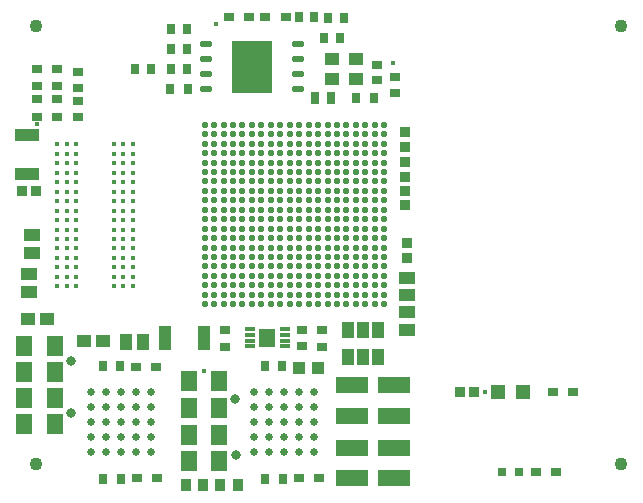
<source format=gts>
G04*
G04 #@! TF.GenerationSoftware,Altium Limited,Altium Designer,25.6.2 (33)*
G04*
G04 Layer_Color=8388736*
%FSLAX25Y25*%
%MOIN*%
G70*
G04*
G04 #@! TF.SameCoordinates,D3077B53-F130-49B9-AE0B-FC42BD5CCE1B*
G04*
G04*
G04 #@! TF.FilePolarity,Negative*
G04*
G01*
G75*
%ADD15R,0.05512X0.07087*%
%ADD16R,0.03150X0.03543*%
%ADD17C,0.02480*%
%ADD18R,0.03543X0.03150*%
%ADD19R,0.03543X0.03150*%
%ADD21R,0.03347X0.01181*%
%ADD22R,0.05512X0.06299*%
%ADD23R,0.03197X0.02593*%
%ADD24R,0.02593X0.03197*%
%ADD27R,0.11024X0.05512*%
%ADD28R,0.05118X0.04331*%
%ADD31R,0.04331X0.08071*%
%ADD32R,0.08071X0.04331*%
%ADD38R,0.05142X0.04166*%
%ADD41R,0.04724X0.04724*%
%ADD42R,0.03150X0.03150*%
%ADD43R,0.03366X0.03568*%
%ADD44C,0.02172*%
%ADD45C,0.01654*%
%ADD46R,0.13786X0.17329*%
G04:AMPARAMS|DCode=47|XSize=41.01mil|YSize=21.32mil|CornerRadius=8.06mil|HoleSize=0mil|Usage=FLASHONLY|Rotation=180.000|XOffset=0mil|YOffset=0mil|HoleType=Round|Shape=RoundedRectangle|*
%AMROUNDEDRECTD47*
21,1,0.04101,0.00520,0,0,180.0*
21,1,0.02488,0.02132,0,0,180.0*
1,1,0.01613,-0.01244,0.00260*
1,1,0.01613,0.01244,0.00260*
1,1,0.01613,0.01244,-0.00260*
1,1,0.01613,-0.01244,-0.00260*
%
%ADD47ROUNDEDRECTD47*%
%ADD48R,0.03943X0.04337*%
%ADD49R,0.03904X0.05479*%
%ADD50R,0.05518X0.04337*%
%ADD51R,0.03353X0.03747*%
%ADD52R,0.04337X0.05518*%
%ADD53R,0.03747X0.03353*%
%ADD54R,0.03550X0.04337*%
%ADD55R,0.03550X0.02762*%
%ADD56R,0.02762X0.03550*%
%ADD57R,0.03156X0.03943*%
%ADD58C,0.04337*%
%ADD59C,0.02362*%
%ADD60C,0.01778*%
%ADD61C,0.03162*%
D15*
X117982Y125200D02*
D03*
Y142600D02*
D03*
Y133900D02*
D03*
Y151300D02*
D03*
X172782Y130500D02*
D03*
Y121600D02*
D03*
Y112700D02*
D03*
Y139400D02*
D03*
X128218Y142600D02*
D03*
Y151300D02*
D03*
X183018Y121600D02*
D03*
Y112700D02*
D03*
Y139400D02*
D03*
Y130500D02*
D03*
X128218Y125200D02*
D03*
Y133900D02*
D03*
D16*
X144247Y106900D02*
D03*
X144047Y144500D02*
D03*
X198347Y106900D02*
D03*
X198047Y144400D02*
D03*
X166524Y236724D02*
D03*
X234453Y233900D02*
D03*
X228547D02*
D03*
X149953Y144500D02*
D03*
X150153Y106900D02*
D03*
X203953Y144400D02*
D03*
X204253Y106900D02*
D03*
X172429Y236724D02*
D03*
D17*
X145100Y125700D02*
D03*
X160100Y120700D02*
D03*
Y125700D02*
D03*
X140100D02*
D03*
X160100Y130700D02*
D03*
X214600D02*
D03*
Y120700D02*
D03*
Y125700D02*
D03*
X199600D02*
D03*
X194600D02*
D03*
X199600Y135700D02*
D03*
X204600Y130700D02*
D03*
Y120700D02*
D03*
X199600Y115700D02*
D03*
X145100Y135700D02*
D03*
X150100Y130700D02*
D03*
Y120700D02*
D03*
X145100Y115700D02*
D03*
X155100Y130700D02*
D03*
X145100Y120700D02*
D03*
X209600Y130700D02*
D03*
X155100Y120700D02*
D03*
X145100Y130700D02*
D03*
X199600D02*
D03*
X209600Y120700D02*
D03*
X155100Y135700D02*
D03*
Y115700D02*
D03*
Y125700D02*
D03*
X209600Y135700D02*
D03*
Y115700D02*
D03*
X150100Y135700D02*
D03*
Y115700D02*
D03*
X204600Y135700D02*
D03*
Y115700D02*
D03*
X199600Y120700D02*
D03*
X140100Y135700D02*
D03*
Y130700D02*
D03*
X194600Y120700D02*
D03*
Y115700D02*
D03*
Y130700D02*
D03*
Y135700D02*
D03*
X140100Y115700D02*
D03*
Y120700D02*
D03*
X214600Y115700D02*
D03*
X209600Y125700D02*
D03*
X204600D02*
D03*
X214600Y135700D02*
D03*
X160100D02*
D03*
X150100Y125700D02*
D03*
X160100Y115700D02*
D03*
D18*
X162146Y107100D02*
D03*
X161946Y144300D02*
D03*
X300847Y136000D02*
D03*
X216347Y107100D02*
D03*
X295247Y109100D02*
D03*
X198354Y260800D02*
D03*
X192947D02*
D03*
X186253D02*
D03*
X205047D02*
D03*
X155254Y144300D02*
D03*
X155454Y107100D02*
D03*
X209653D02*
D03*
X294153Y136000D02*
D03*
X288554Y109100D02*
D03*
D19*
X185000Y150747D02*
D03*
X122300Y243653D02*
D03*
X129000D02*
D03*
X217100Y150747D02*
D03*
X122300Y227547D02*
D03*
X129000D02*
D03*
X185000Y156653D02*
D03*
X217100D02*
D03*
X122300Y237747D02*
D03*
X129000D02*
D03*
X122300Y233453D02*
D03*
X129000D02*
D03*
D21*
X193283Y151031D02*
D03*
X204700Y153000D02*
D03*
Y156937D02*
D03*
Y151031D02*
D03*
Y154969D02*
D03*
X193283Y153000D02*
D03*
Y154969D02*
D03*
Y156937D02*
D03*
D22*
X198991Y153984D02*
D03*
D23*
X135700Y242364D02*
D03*
X241400Y235536D02*
D03*
Y240864D02*
D03*
X135700Y227536D02*
D03*
X210400Y156364D02*
D03*
X135700Y237036D02*
D03*
Y232864D02*
D03*
X210400Y151036D02*
D03*
D24*
X172064Y243375D02*
D03*
X224364Y260600D02*
D03*
X166736Y256800D02*
D03*
Y250100D02*
D03*
X223064Y253900D02*
D03*
X154936Y243375D02*
D03*
X217736Y253900D02*
D03*
X172064Y250100D02*
D03*
X219036Y260600D02*
D03*
X172064Y256800D02*
D03*
X160264Y243375D02*
D03*
X166736D02*
D03*
D27*
X227269Y138118D02*
D03*
Y107082D02*
D03*
X241300D02*
D03*
X241268Y138118D02*
D03*
X241300Y117318D02*
D03*
X241268Y127882D02*
D03*
X227269Y117318D02*
D03*
Y127882D02*
D03*
D28*
X220366Y246748D02*
D03*
X228634Y240252D02*
D03*
Y246748D02*
D03*
X220366Y240252D02*
D03*
D31*
X165004Y154000D02*
D03*
X177996D02*
D03*
D32*
X119000Y208504D02*
D03*
Y221496D02*
D03*
D38*
X119345Y160200D02*
D03*
X144055Y152700D02*
D03*
X125455Y160200D02*
D03*
X137945Y152700D02*
D03*
D41*
X284134Y136000D02*
D03*
X275866D02*
D03*
D42*
X282953Y109100D02*
D03*
X277047D02*
D03*
D43*
X267963Y136000D02*
D03*
X263037D02*
D03*
D44*
X193827Y199724D02*
D03*
X190677Y174528D02*
D03*
X203276D02*
D03*
Y177677D02*
D03*
X181228Y168228D02*
D03*
X184378Y177677D02*
D03*
X178079Y190276D02*
D03*
X187528Y187126D02*
D03*
X190677Y165079D02*
D03*
X193827Y174528D02*
D03*
X196976Y177677D02*
D03*
X212724Y168228D02*
D03*
X203276Y171378D02*
D03*
X200126Y180827D02*
D03*
X212724D02*
D03*
X196976Y183976D02*
D03*
X200126Y187126D02*
D03*
X196976Y190276D02*
D03*
X203276Y183976D02*
D03*
X209575D02*
D03*
X206425Y190276D02*
D03*
X203276D02*
D03*
X206425Y187126D02*
D03*
X212724D02*
D03*
X209575Y190276D02*
D03*
X181228Y199724D02*
D03*
X184378Y209173D02*
D03*
X178079Y221772D02*
D03*
X190677Y196575D02*
D03*
X200126Y193425D02*
D03*
X196976Y196575D02*
D03*
Y202874D02*
D03*
X200126Y199724D02*
D03*
X203276Y202874D02*
D03*
Y193425D02*
D03*
X206425Y196575D02*
D03*
X212724Y193425D02*
D03*
X209575Y196575D02*
D03*
X212724Y199724D02*
D03*
X209575Y202874D02*
D03*
X187528Y218622D02*
D03*
X196976Y209173D02*
D03*
X203276Y218622D02*
D03*
X200126Y224921D02*
D03*
X206425Y209173D02*
D03*
X212724Y206024D02*
D03*
X206425D02*
D03*
Y212323D02*
D03*
X209575Y221772D02*
D03*
X215874Y177677D02*
D03*
Y183976D02*
D03*
X222173Y165079D02*
D03*
X225323Y174528D02*
D03*
X228472Y183976D02*
D03*
X215874Y196575D02*
D03*
X219024Y187126D02*
D03*
X215874Y190276D02*
D03*
Y202874D02*
D03*
X222173Y196575D02*
D03*
X225323Y206024D02*
D03*
X219024Y218622D02*
D03*
X228472Y215472D02*
D03*
X234772Y171378D02*
D03*
X231622Y193425D02*
D03*
X234772Y202874D02*
D03*
X231622Y224921D02*
D03*
X237921Y212323D02*
D03*
Y180827D02*
D03*
X190677Y177677D02*
D03*
X200126Y218622D02*
D03*
X203276Y215472D02*
D03*
X196976Y218622D02*
D03*
X203276Y196575D02*
D03*
X206425Y193425D02*
D03*
X200126Y206024D02*
D03*
X196976Y180827D02*
D03*
X200126Y183976D02*
D03*
X196976Y187126D02*
D03*
Y193425D02*
D03*
Y199724D02*
D03*
Y206024D02*
D03*
X200126Y190276D02*
D03*
Y196575D02*
D03*
Y202874D02*
D03*
X203276Y206024D02*
D03*
X200126Y209173D02*
D03*
X215874Y224921D02*
D03*
X225323Y221772D02*
D03*
X212724Y215472D02*
D03*
X222173Y212323D02*
D03*
X196976Y215472D02*
D03*
X193827Y221772D02*
D03*
X178079Y174528D02*
D03*
X181228Y183976D02*
D03*
X187528Y171378D02*
D03*
X190677Y180827D02*
D03*
X184378Y193425D02*
D03*
X187528Y202874D02*
D03*
X178079Y206024D02*
D03*
X181228Y215472D02*
D03*
X184378Y224921D02*
D03*
X190677Y212323D02*
D03*
X225323Y190276D02*
D03*
X237921Y196575D02*
D03*
X228472Y199724D02*
D03*
X219024Y202874D02*
D03*
X231622Y209173D02*
D03*
X234772Y218622D02*
D03*
X219024Y171378D02*
D03*
X222173Y180827D02*
D03*
X228472Y168228D02*
D03*
X231622Y177677D02*
D03*
X234772Y187126D02*
D03*
X237921Y165079D02*
D03*
X206425D02*
D03*
X196976Y168228D02*
D03*
X209575Y174528D02*
D03*
X200126Y177677D02*
D03*
X193827Y196575D02*
D03*
X212724Y183976D02*
D03*
Y190276D02*
D03*
X215874Y180827D02*
D03*
Y187126D02*
D03*
Y193425D02*
D03*
X212724Y196575D02*
D03*
Y202874D02*
D03*
X215874Y206024D02*
D03*
Y199724D02*
D03*
X206425Y202874D02*
D03*
X209575Y206024D02*
D03*
X203276Y180827D02*
D03*
X206425Y183976D02*
D03*
X209575Y187126D02*
D03*
X203276D02*
D03*
X209575Y193425D02*
D03*
Y199724D02*
D03*
X206425Y221772D02*
D03*
X222173D02*
D03*
X215874Y209173D02*
D03*
X203276Y224921D02*
D03*
X212724Y212323D02*
D03*
X228472Y218622D02*
D03*
X219024Y215472D02*
D03*
X190677Y224921D02*
D03*
X193827D02*
D03*
X196976Y221772D02*
D03*
X193827Y215472D02*
D03*
X200126Y221772D02*
D03*
X196976Y224921D02*
D03*
X209575Y218622D02*
D03*
X206425D02*
D03*
X203276Y221772D02*
D03*
X215874D02*
D03*
X212724Y218622D02*
D03*
Y221772D02*
D03*
X219024D02*
D03*
X225323Y215472D02*
D03*
X231622Y218622D02*
D03*
X215874Y212323D02*
D03*
X206425Y224921D02*
D03*
X209575D02*
D03*
X212724Y209173D02*
D03*
Y224921D02*
D03*
X222173Y215472D02*
D03*
X219024Y224921D02*
D03*
X225323Y212323D02*
D03*
X222173Y218622D02*
D03*
X215874D02*
D03*
X225323D02*
D03*
X215874Y215472D02*
D03*
X222173Y224921D02*
D03*
Y209173D02*
D03*
X225323Y224921D02*
D03*
X209575Y215472D02*
D03*
X228472Y221772D02*
D03*
X219024Y209173D02*
D03*
X228472Y224921D02*
D03*
X206425Y215472D02*
D03*
X231622Y221772D02*
D03*
X219024Y212323D02*
D03*
X234772Y224921D02*
D03*
X190677Y218622D02*
D03*
X200126Y212323D02*
D03*
X193827Y218622D02*
D03*
X203276Y212323D02*
D03*
X190677Y221772D02*
D03*
Y215472D02*
D03*
X200126D02*
D03*
X193827Y212323D02*
D03*
X190677Y190276D02*
D03*
X193827Y202874D02*
D03*
Y183976D02*
D03*
X187528Y221772D02*
D03*
Y183976D02*
D03*
X190677Y187126D02*
D03*
X181228Y206024D02*
D03*
Y209173D02*
D03*
Y218622D02*
D03*
Y221772D02*
D03*
X178079Y209173D02*
D03*
Y224921D02*
D03*
Y199724D02*
D03*
Y202874D02*
D03*
X181228D02*
D03*
X184378Y199724D02*
D03*
Y202874D02*
D03*
Y206024D02*
D03*
Y212323D02*
D03*
X181228D02*
D03*
X178079D02*
D03*
Y218622D02*
D03*
Y215472D02*
D03*
X184378D02*
D03*
X187528Y224921D02*
D03*
X181228D02*
D03*
X184378Y221772D02*
D03*
Y218622D02*
D03*
X178079Y187126D02*
D03*
X184378D02*
D03*
X181228Y193425D02*
D03*
Y190276D02*
D03*
X190677Y183976D02*
D03*
Y199724D02*
D03*
X187528Y180827D02*
D03*
X190677Y193425D02*
D03*
X187528Y209173D02*
D03*
Y215472D02*
D03*
Y212323D02*
D03*
Y206024D02*
D03*
X190677Y209173D02*
D03*
X187528Y199724D02*
D03*
X178079Y196575D02*
D03*
X187528D02*
D03*
Y193425D02*
D03*
X178079D02*
D03*
X187528Y190276D02*
D03*
X184378Y196575D02*
D03*
Y190276D02*
D03*
X181228Y196575D02*
D03*
Y187126D02*
D03*
X196976Y212323D02*
D03*
X231622Y174528D02*
D03*
X209575Y212323D02*
D03*
X193827Y190276D02*
D03*
Y193425D02*
D03*
X206425Y180827D02*
D03*
X190677Y206024D02*
D03*
Y202874D02*
D03*
X193827Y209173D02*
D03*
Y206024D02*
D03*
X203276Y209173D02*
D03*
X209575Y180827D02*
D03*
X234772Y174528D02*
D03*
X225323Y196575D02*
D03*
Y199724D02*
D03*
X219024Y190276D02*
D03*
X222173D02*
D03*
X219024Y193425D02*
D03*
X222173D02*
D03*
Y187126D02*
D03*
X225323D02*
D03*
X219024Y196575D02*
D03*
Y199724D02*
D03*
X222173Y202874D02*
D03*
Y206024D02*
D03*
X234772D02*
D03*
X237921D02*
D03*
Y199724D02*
D03*
Y202874D02*
D03*
X228472Y206024D02*
D03*
X231622D02*
D03*
X234772Y209173D02*
D03*
X237921D02*
D03*
X231622Y199724D02*
D03*
Y202874D02*
D03*
X225323D02*
D03*
X228472D02*
D03*
Y196575D02*
D03*
X231622D02*
D03*
X225323Y193425D02*
D03*
X228472D02*
D03*
X234772Y196575D02*
D03*
Y199724D02*
D03*
Y193425D02*
D03*
X237921D02*
D03*
X228472Y190276D02*
D03*
X231622D02*
D03*
X234772D02*
D03*
X237921D02*
D03*
X225323Y209173D02*
D03*
X228472D02*
D03*
X231622Y212323D02*
D03*
X234772D02*
D03*
Y215472D02*
D03*
X237921D02*
D03*
X228472Y212323D02*
D03*
X231622Y215472D02*
D03*
X234772Y221772D02*
D03*
X237921Y224921D02*
D03*
Y218622D02*
D03*
Y221772D02*
D03*
X219024Y206024D02*
D03*
X222173Y199724D02*
D03*
X234772Y177677D02*
D03*
X222173Y183976D02*
D03*
X225323D02*
D03*
X228472Y187126D02*
D03*
X231622Y183976D02*
D03*
Y168228D02*
D03*
X234772D02*
D03*
X228472Y171378D02*
D03*
X231622D02*
D03*
X228472Y177677D02*
D03*
X231622Y180827D02*
D03*
X225323D02*
D03*
X228472D02*
D03*
X225323Y171378D02*
D03*
Y168228D02*
D03*
X231622Y165079D02*
D03*
X234772D02*
D03*
X237921Y171378D02*
D03*
Y168228D02*
D03*
Y177677D02*
D03*
Y174528D02*
D03*
Y187126D02*
D03*
Y183976D02*
D03*
X231622Y187126D02*
D03*
X234772Y183976D02*
D03*
X219024Y174528D02*
D03*
X222173D02*
D03*
Y171378D02*
D03*
Y168228D02*
D03*
X225323Y177677D02*
D03*
X228472Y174528D02*
D03*
X219024Y168228D02*
D03*
Y165079D02*
D03*
X225323D02*
D03*
X228472D02*
D03*
X219024Y183976D02*
D03*
Y180827D02*
D03*
Y177677D02*
D03*
X222173D02*
D03*
X212724Y171378D02*
D03*
X215874Y168228D02*
D03*
Y174528D02*
D03*
Y171378D02*
D03*
X212724Y177677D02*
D03*
Y174528D02*
D03*
X209575Y177677D02*
D03*
X206425D02*
D03*
X234772Y180827D02*
D03*
X193827Y171378D02*
D03*
Y168228D02*
D03*
X209575Y171378D02*
D03*
X206425D02*
D03*
X212724Y165079D02*
D03*
X215874D02*
D03*
X209575Y168228D02*
D03*
Y165079D02*
D03*
X200126Y174528D02*
D03*
X206425Y168228D02*
D03*
X203276D02*
D03*
X200126Y171378D02*
D03*
Y168228D02*
D03*
X203276Y165079D02*
D03*
X200126D02*
D03*
X196976D02*
D03*
X193827D02*
D03*
X206425Y174528D02*
D03*
X196976D02*
D03*
Y171378D02*
D03*
X190677D02*
D03*
X206425Y199724D02*
D03*
X193827Y187126D02*
D03*
Y180827D02*
D03*
Y177677D02*
D03*
X203276Y199724D02*
D03*
X209575Y209173D02*
D03*
X187528Y165079D02*
D03*
X184378D02*
D03*
X181228D02*
D03*
X178079D02*
D03*
X190677Y168228D02*
D03*
X187528D02*
D03*
X184378D02*
D03*
X178079D02*
D03*
X184378Y171378D02*
D03*
X181228D02*
D03*
X178079D02*
D03*
X187528Y174528D02*
D03*
X184378D02*
D03*
X181228D02*
D03*
X187528Y177677D02*
D03*
X181228D02*
D03*
X178079D02*
D03*
X184378Y180827D02*
D03*
X181228D02*
D03*
X178079D02*
D03*
X184378Y183976D02*
D03*
X178079D02*
D03*
D45*
X128878Y171102D02*
D03*
Y177402D02*
D03*
Y183701D02*
D03*
X154075Y171102D02*
D03*
Y177402D02*
D03*
Y183701D02*
D03*
X132028Y193150D02*
D03*
X150925D02*
D03*
X128878Y199449D02*
D03*
X150925D02*
D03*
X132028Y205748D02*
D03*
X150925D02*
D03*
X128878D02*
D03*
X154075Y199449D02*
D03*
X150925Y208898D02*
D03*
X154075Y202598D02*
D03*
X128878Y208898D02*
D03*
Y215197D02*
D03*
X135177D02*
D03*
X154075D02*
D03*
Y218347D02*
D03*
X128878Y180551D02*
D03*
Y174252D02*
D03*
Y202598D02*
D03*
X132028Y190000D02*
D03*
Y196299D02*
D03*
X147776Y199449D02*
D03*
X154075Y174252D02*
D03*
X150925Y190000D02*
D03*
X154075Y180551D02*
D03*
Y196299D02*
D03*
X128878Y212047D02*
D03*
X154075Y208898D02*
D03*
Y205748D02*
D03*
X132028Y208898D02*
D03*
Y215197D02*
D03*
X128878Y218347D02*
D03*
X150925D02*
D03*
X154075Y212047D02*
D03*
X135177Y186850D02*
D03*
X128878Y196299D02*
D03*
X150925Y183701D02*
D03*
X132028Y171102D02*
D03*
X135177Y193150D02*
D03*
X128878Y190000D02*
D03*
X147776Y212047D02*
D03*
Y215197D02*
D03*
X135177Y202598D02*
D03*
Y199449D02*
D03*
Y208898D02*
D03*
X147776Y205748D02*
D03*
X135177Y218347D02*
D03*
X150925Y215197D02*
D03*
X132028Y218347D02*
D03*
X147776D02*
D03*
X132028Y212047D02*
D03*
X150925D02*
D03*
X135177D02*
D03*
X147776Y208898D02*
D03*
Y196299D02*
D03*
X132028Y199449D02*
D03*
X150925Y196299D02*
D03*
X135177D02*
D03*
X150925Y202598D02*
D03*
X132028D02*
D03*
X147776D02*
D03*
X135177Y205748D02*
D03*
X132028Y186850D02*
D03*
X154075Y190000D02*
D03*
X147776Y193150D02*
D03*
Y190000D02*
D03*
X135177D02*
D03*
Y183701D02*
D03*
X150925Y180551D02*
D03*
X132028Y183701D02*
D03*
X147776Y171102D02*
D03*
X135177D02*
D03*
X147776Y180551D02*
D03*
Y174252D02*
D03*
Y186850D02*
D03*
X135177Y174252D02*
D03*
X150925Y171102D02*
D03*
X132028Y174252D02*
D03*
X150925D02*
D03*
X132028Y177402D02*
D03*
X150925D02*
D03*
X132028Y180551D02*
D03*
X135177Y177402D02*
D03*
X147776D02*
D03*
X135177Y180551D02*
D03*
X150925Y186850D02*
D03*
X147776Y183701D02*
D03*
X154075Y186850D02*
D03*
X128878D02*
D03*
X154075Y193150D02*
D03*
X128878D02*
D03*
D46*
X193811Y244224D02*
D03*
D47*
X209146Y251724D02*
D03*
X178476Y246724D02*
D03*
Y241724D02*
D03*
X209146Y246724D02*
D03*
Y241724D02*
D03*
X178476Y251724D02*
D03*
X209146Y236724D02*
D03*
X178476D02*
D03*
D48*
X215950Y143900D02*
D03*
X209650D02*
D03*
D49*
X236000Y147571D02*
D03*
X226000Y156429D02*
D03*
X236000D02*
D03*
X226000Y147571D02*
D03*
X231000D02*
D03*
Y156429D02*
D03*
D50*
X245500Y156547D02*
D03*
X120400Y188153D02*
D03*
X245500Y173953D02*
D03*
X119400Y175153D02*
D03*
X120400Y182247D02*
D03*
X119400Y169247D02*
D03*
X245500Y162453D02*
D03*
Y168047D02*
D03*
D51*
X117039Y203000D02*
D03*
X121961D02*
D03*
D52*
X157653Y152600D02*
D03*
X151747D02*
D03*
D53*
X245000Y202961D02*
D03*
Y207539D02*
D03*
Y217539D02*
D03*
X245500Y180539D02*
D03*
X245000Y198039D02*
D03*
Y222461D02*
D03*
Y212461D02*
D03*
X245500Y185461D02*
D03*
D54*
X171747Y105000D02*
D03*
X189053D02*
D03*
X177653D02*
D03*
X183147D02*
D03*
D55*
X235500Y239741D02*
D03*
Y244859D02*
D03*
D56*
X214659Y260800D02*
D03*
X209541D02*
D03*
D57*
X214744Y233700D02*
D03*
X220256D02*
D03*
D58*
X122000Y112000D02*
D03*
Y258000D02*
D03*
X317000Y112000D02*
D03*
Y258000D02*
D03*
D59*
X198991Y152016D02*
D03*
Y155953D02*
D03*
D60*
X209146Y251724D02*
D03*
X220500Y247500D02*
D03*
X198354Y260800D02*
D03*
X192947D02*
D03*
X122300Y225185D02*
D03*
X240700Y245400D02*
D03*
X236018Y156441D02*
D03*
X223064Y253900D02*
D03*
X154936Y243375D02*
D03*
X245000Y222461D02*
D03*
Y212461D02*
D03*
X245500Y185461D02*
D03*
X177900Y142943D02*
D03*
X172064Y250100D02*
D03*
X178476Y246724D02*
D03*
X172064Y256800D02*
D03*
X271500Y136000D02*
D03*
X181700Y258600D02*
D03*
X209541Y260800D02*
D03*
X172429Y236724D02*
D03*
D61*
X188300Y133500D02*
D03*
X133500Y146300D02*
D03*
X188400Y114800D02*
D03*
X133500Y128700D02*
D03*
M02*

</source>
